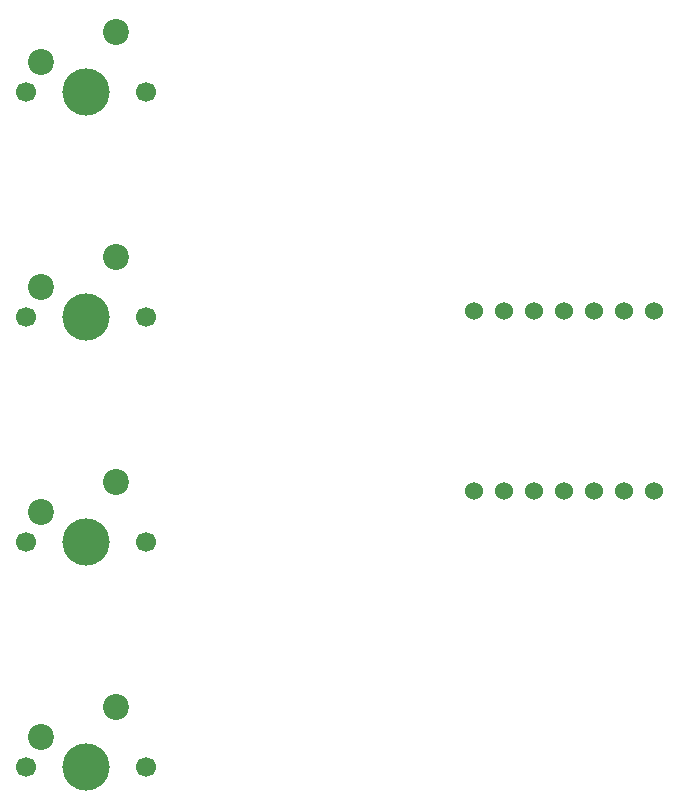
<source format=gbr>
%TF.GenerationSoftware,KiCad,Pcbnew,9.0.2-9.0.2-0~ubuntu25.04.1*%
%TF.CreationDate,2025-06-28T16:32:54-04:00*%
%TF.ProjectId,hackpad,6861636b-7061-4642-9e6b-696361645f70,rev?*%
%TF.SameCoordinates,Original*%
%TF.FileFunction,Soldermask,Bot*%
%TF.FilePolarity,Negative*%
%FSLAX46Y46*%
G04 Gerber Fmt 4.6, Leading zero omitted, Abs format (unit mm)*
G04 Created by KiCad (PCBNEW 9.0.2-9.0.2-0~ubuntu25.04.1) date 2025-06-28 16:32:54*
%MOMM*%
%LPD*%
G01*
G04 APERTURE LIST*
%ADD10C,1.700000*%
%ADD11C,4.000000*%
%ADD12C,2.200000*%
%ADD13C,1.524000*%
G04 APERTURE END LIST*
D10*
%TO.C,SW3*%
X54451250Y-61912500D03*
D11*
X59531250Y-61912500D03*
D10*
X64611250Y-61912500D03*
D12*
X62071250Y-56832500D03*
X55721250Y-59372500D03*
%TD*%
%TO.C,SW4*%
X55721250Y-78422500D03*
X62071250Y-75882500D03*
D10*
X64611250Y-80962500D03*
D11*
X59531250Y-80962500D03*
D10*
X54451250Y-80962500D03*
%TD*%
D12*
%TO.C,SW1*%
X55721250Y-97472500D03*
X62071250Y-94932500D03*
D10*
X64611250Y-100012500D03*
D11*
X59531250Y-100012500D03*
D10*
X54451250Y-100012500D03*
%TD*%
D12*
%TO.C,SW2*%
X55721250Y-116522500D03*
X62071250Y-113982500D03*
D10*
X64611250Y-119062500D03*
D11*
X59531250Y-119062500D03*
D10*
X54451250Y-119062500D03*
%TD*%
D13*
%TO.C,U1*%
X107632500Y-80486250D03*
X105092500Y-80486250D03*
X102552500Y-80486250D03*
X100012500Y-80486250D03*
X97472500Y-80486250D03*
X94932500Y-80486250D03*
X92392500Y-80486250D03*
X92392500Y-95726250D03*
X94932500Y-95726250D03*
X97472500Y-95726250D03*
X100012500Y-95726250D03*
X102552500Y-95726250D03*
X105092500Y-95726250D03*
X107632500Y-95726250D03*
%TD*%
M02*

</source>
